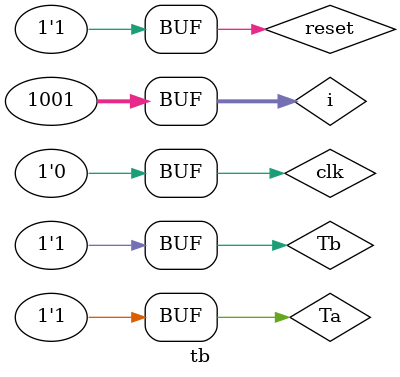
<source format=v>
`timescale 1ns / 1ns
module tb;
    reg clk, reset, Ta, Tb;
    wire [1:0] La;
    wire [1:0] Lb;
    trafficfsm t1(.clk(clk), .reset(reset), .Ta(Ta), .Tb(Tb), .La(La), .Lb(Lb));
    integer i;
    initial begin
        clk = 0;
        reset = 0;
        Ta = 0;
        Tb = 0;
        if(1) begin //clk test
            for(i = 0; i <= 1000; i = i+1) begin
                #5; clk = ~clk;
                #5; clk = ~clk;
            end
        end
    end
    initial begin
        reset = 1;
        Ta = 0; Tb = 0; #12;
        Tb = 1; #10;
        Tb = 0; #20;
        Ta = 1; #15;
        Ta = 0; #5;
        Ta = 1; Tb = 0; #10;
        Tb = 0; #20;
        Tb = 1; #25;
        reset = 0; #5; 
        reset = 1; #10;

    end
    initial begin
        $dumpfile("data/dumpfile.vcd");
        $dumpvars(0, tb);
        $monitor("At time=%2t, clk=%d, reset=%d, Ta=%d, Tb=%d, La=%d, Lb=%d",
                $time, clk, reset, Ta, Tb, La, Lb);
    end
endmodule

</source>
